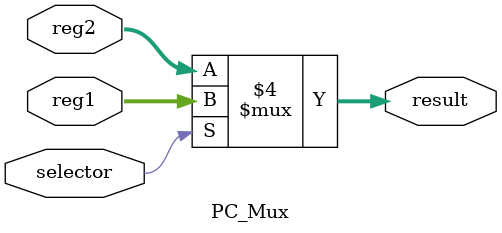
<source format=v>
`timescale 1ns / 1ps
module PC_Mux(
		input [31:0] reg1,
		input [31:0] reg2,
		input selector,
		output reg [31:0] result
    );

	always@(*)
		begin
			if(selector==0)
				result=reg2;
			else
				result=reg1;
		end

endmodule

</source>
